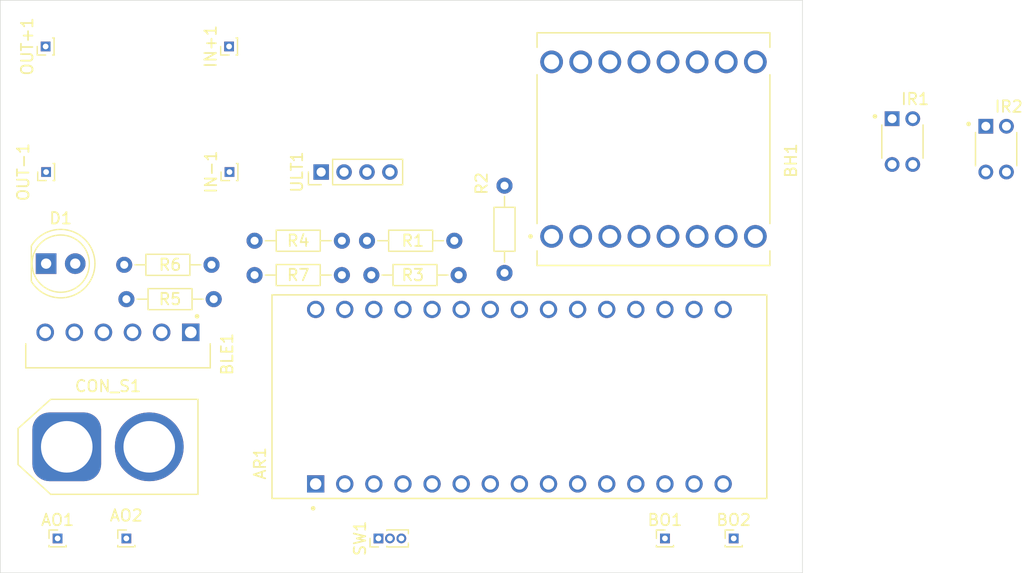
<source format=kicad_pcb>
(kicad_pcb (version 20241229) (generator "pcbnew") (generator_version "9.0")
  (layers (0 "F.Cu" signal) (2 "B.Cu" signal) (13 "F.Paste" user) (15 "B.Paste" user) (5 "F.SilkS" user "F.Silkscreen") (7 "B.SilkS" user "B.Silkscreen") (1 "F.Mask" user) (3 "B.Mask" user) (25 "Edge.Cuts" user))
  (net 0 "")
  (net 1 "/ao1")
  (net 2 "/ao2")
  (net 3 "/tx")
  (net 4 "/echo")
  (net 5 "/d13")
  (net 7 "/trig")
  (net 8 "/d7")
  (net 9 "/a1")
  (net 10 "/d8")
  (net 13 "/ao")
  (net 14 "GND")
  (net 18 "/d10")
  (net 20 "VCC")
  (net 21 "/d11")
  (net 24 "/rx")
  (net 27 "/d9")
  (net 30 "/d6")
  (net 33 "/bo1")
  (net 34 "/bo2")
  (net 35 "/s_in+")
  (net 38 "Net-(BLE1-RX)")
  (net 39 "/s_in-")
  (net 40 "Net-(CON_S1-Pin_1)")
  (net 41 "Net-(IR1-Pad1)")
  (net 42 "Net-(IR2-Pad1)")
  (net 44 "Net-(D1-K)")
  (footprint "ROB-14450:MODULE_ROB-14450" (layer "F.Cu") (at 69 25 90)
    (property "Reference" "BH1" (at -1 12 90) (layer "F.SilkS"))
    (property "Value" "ROB-14450" (hide yes))
    (fp_line (start 8.89 -10.16) (end 10.16 -10.16) (stroke (width 0.127)) (layer "F.SilkS"))
    (fp_line (start -6.5 -10.16) (end 6.5 -10.16) (stroke (width 0.127)) (layer "F.SilkS"))
    (fp_line (start -8.89 -10.16) (end -10.16 -10.16) (stroke (width 0.127)) (layer "F.SilkS"))
    (fp_line (start -10.16 -10.16) (end -10.16 10.16) (stroke (width 0.127)) (layer "F.SilkS"))
    (fp_line (start 10.16 10.16) (end 10.16 -10.16) (stroke (width 0.127)) (layer "F.SilkS"))
    (fp_line (start 8.89 10.16) (end 10.16 10.16) (stroke (width 0.127)) (layer "F.SilkS"))
    (fp_line (start -6.5 10.16) (end 6.5 10.16) (stroke (width 0.127)) (layer "F.SilkS"))
    (fp_line (start -8.89 10.16) (end -10.16 10.16) (stroke (width 0.127)) (layer "F.SilkS"))
    (fp_circle (center -7.62 -10.7282) (end -7.52 -10.7282) (stroke (width 0.2)) (fill no) (layer "F.SilkS"))
    (pad "1" thru_hole circle (at -7.62 -8.89 90) (size 1.98 1.98) (drill 1.32) (layers "*.Cu" "*.Mask") (net 35 "/s_in+"))
    (pad "2" thru_hole circle (at -7.62 -6.35 90) (size 1.98 1.98) (drill 1.32) (layers "*.Cu" "*.Mask") (net 20 "VCC"))
    (pad "3" thru_hole circle (at -7.62 -3.81 90) (size 1.98 1.98) (drill 1.32) (layers "*.Cu" "*.Mask") (net 14 "GND"))
    (pad "4" thru_hole circle (at -7.62 -1.27 90) (size 1.98 1.98) (drill 1.32) (layers "*.Cu" "*.Mask") (net 1 "/ao1"))
    (pad "5" thru_hole circle (at -7.62 1.27 90) (size 1.98 1.98) (drill 1.32) (layers "*.Cu" "*.Mask") (net 2 "/ao2"))
    (pad "6" thru_hole circle (at -7.62 3.81 90) (size 1.98 1.98) (drill 1.32) (layers "*.Cu" "*.Mask") (net 34 "/bo2"))
    (pad "7" thru_hole circle (at -7.62 6.35 90) (size 1.98 1.98) (drill 1.32) (layers "*.Cu" "*.Mask") (net 33 "/bo1"))
    (pad "8" thru_hole circle (at -7.62 8.89 90) (size 1.98 1.98) (drill 1.32) (layers "*.Cu" "*.Mask") (net 14 "GND"))
    (pad "9" thru_hole circle (at 7.62 8.89 90) (size 1.98 1.98) (drill 1.32) (layers "*.Cu" "*.Mask") (net 14 "GND"))
    (pad "10" thru_hole circle (at 7.62 6.35 90) (size 1.98 1.98) (drill 1.32) (layers "*.Cu" "*.Mask") (net 21 "/d11"))
    (pad "11" thru_hole circle (at 7.62 3.81 90) (size 1.98 1.98) (drill 1.32) (layers "*.Cu" "*.Mask") (net 18 "/d10"))
    (pad "12" thru_hole circle (at 7.62 1.27 90) (size 1.98 1.98) (drill 1.32) (layers "*.Cu" "*.Mask") (net 27 "/d9"))
    (pad "13" thru_hole circle (at 7.62 -1.27 90) (size 1.98 1.98) (drill 1.32) (layers "*.Cu" "*.Mask") (net 20 "VCC"))
    (pad "14" thru_hole circle (at 7.62 -3.81 90) (size 1.98 1.98) (drill 1.32) (layers "*.Cu" "*.Mask") (net 8 "/d7"))
    (pad "15" thru_hole circle (at 7.62 -6.35 90) (size 1.98 1.98) (drill 1.32) (layers "*.Cu" "*.Mask") (net 10 "/d8"))
    (pad "16" thru_hole circle (at 7.62 -8.89 90) (size 1.98 1.98) (drill 1.32) (layers "*.Cu" "*.Mask") (net 30 "/d6"))
  )
  (footprint "Resistor_THT:R_Axial_DIN0204_L3.6mm_D1.6mm_P7.62mm_Horizontal" (layer "F.Cu") (at 44.38 36)
    (property "Reference" "R3" (at 3.62 0 0) (layer "F.SilkS"))
    (property "Value" "10k")
    (fp_line (start 0.94 0) (end 1.89 0) (stroke (width 0.12)) (layer "F.SilkS"))
    (fp_line (start 6.68 0) (end 5.73 0) (stroke (width 0.12)) (layer "F.SilkS"))
    (fp_rect (start 1.89 -0.92) (end 5.73 0.92) (stroke (width 0.12)) (fill no) (layer "F.SilkS"))
    (pad "1" thru_hole circle (at 0 0) (size 1.4 1.4) (drill 0.7) (layers "*.Cu" "*.Mask") (net 9 "/a1"))
    (pad "2" thru_hole circle (at 7.62 0) (size 1.4 1.4) (drill 0.7) (layers "*.Cu" "*.Mask") (net 20 "VCC"))
  )
  (footprint "Connector_PinHeader_1.00mm:PinHeader_1x01_P1.00mm_Vertical" (layer "F.Cu") (at 32 27 90)
    (property "Reference" "IN-1" (at 0 -1.61 90) (layer "F.SilkS"))
    (property "Value" "Conn_01x01_Pin" (hide yes))
    (fp_line (start -0.745 -0.735) (end 0 -0.735) (stroke (width 0.12)) (layer "F.SilkS"))
    (fp_line (start -0.745 0) (end -0.745 -0.735) (stroke (width 0.12)) (layer "F.SilkS"))
    (fp_line (start 0.745 0.735) (end 0.745 0.61) (stroke (width 0.12)) (layer "F.SilkS"))
    (fp_line (start 0.685565 0.735) (end 0.745 0.735) (stroke (width 0.12)) (layer "F.SilkS"))
    (fp_line (start -0.745 0.735) (end -0.745 0.61) (stroke (width 0.12)) (layer "F.SilkS"))
    (fp_line (start -0.745 0.735) (end 0.745 0.735) (stroke (width 0.12)) (layer "F.SilkS"))
    (fp_line (start -0.745 0.735) (end -0.685565 0.735) (stroke (width 0.12)) (layer "F.SilkS"))
    (pad "1" thru_hole rect (at 0 0 90) (size 0.85 0.85) (drill 0.5) (layers "*.Cu" "*.Mask") (net 39 "/s_in-"))
  )
  (footprint "Connector_PinHeader_1.00mm:PinHeader_1x01_P1.00mm_Vertical" (layer "F.Cu") (at 16 27 90)
    (property "Reference" "OUT-1" (at 0 -2 90) (layer "F.SilkS"))
    (property "Value" "Conn_01x01_Pin" (hide yes))
    (fp_line (start -0.745 -0.735) (end 0 -0.735) (stroke (width 0.12)) (layer "F.SilkS"))
    (fp_line (start -0.745 0) (end -0.745 -0.735) (stroke (width 0.12)) (layer "F.SilkS"))
    (fp_line (start 0.745 0.735) (end 0.745 0.61) (stroke (width 0.12)) (layer "F.SilkS"))
    (fp_line (start 0.685565 0.735) (end 0.745 0.735) (stroke (width 0.12)) (layer "F.SilkS"))
    (fp_line (start -0.745 0.735) (end -0.745 0.61) (stroke (width 0.12)) (layer "F.SilkS"))
    (fp_line (start -0.745 0.735) (end 0.745 0.735) (stroke (width 0.12)) (layer "F.SilkS"))
    (fp_line (start -0.745 0.735) (end -0.685565 0.735) (stroke (width 0.12)) (layer "F.SilkS"))
    (pad "1" thru_hole rect (at 0 0 90) (size 0.85 0.85) (drill 0.5) (layers "*.Cu" "*.Mask") (net 14 "GND"))
  )
  (footprint "QRE1113:DIP400W50P180L360H200Q4" (layer "F.Cu") (at 98.9 25)
    (property "Reference" "IR2" (at 1.10308 -3.71173 0) (layer "F.SilkS") (effects (font (size 1.001528 1.001528))))
    (property "Value" "QRE1113" (hide yes))
    (fp_line (start -1.8 1.45) (end -1.8 -1.45) (stroke (width 0.127)) (layer "F.SilkS"))
    (fp_line (start 1.8 -1.45) (end 1.8 1.45) (stroke (width 0.127)) (layer "F.SilkS"))
    (fp_circle (center -2.4 -2.2) (end -2.3 -2.2) (stroke (width 0.2)) (fill no) (layer "F.SilkS"))
    (pad "1" thru_hole rect (at -0.9 -2) (size 1.288 1.288) (drill 0.78) (layers "*.Cu" "*.Mask") (net 42 "Net-(IR2-Pad1)"))
    (pad "2" thru_hole circle (at -0.9 2) (size 1.288 1.288) (drill 0.78) (layers "*.Cu" "*.Mask") (net 14 "GND"))
    (pad "3" thru_hole circle (at 0.9 2) (size 1.288 1.288) (drill 0.78) (layers "*.Cu" "*.Mask") (net 9 "/a1"))
    (pad "4" thru_hole circle (at 0.9 -2) (size 1.288 1.288) (drill 0.78) (layers "*.Cu" "*.Mask") (net 14 "GND"))
  )
  (footprint "Resistor_THT:R_Axial_DIN0204_L3.6mm_D1.6mm_P7.62mm_Horizontal" (layer "F.Cu") (at 34.19 36)
    (property "Reference" "R7" (at 3.81 0 0) (layer "F.SilkS"))
    (property "Value" "330")
    (fp_line (start 0.94 0) (end 1.89 0) (stroke (width 0.12)) (layer "F.SilkS"))
    (fp_line (start 6.68 0) (end 5.73 0) (stroke (width 0.12)) (layer "F.SilkS"))
    (fp_rect (start 1.89 -0.92) (end 5.73 0.92) (stroke (width 0.12)) (fill no) (layer "F.SilkS"))
    (pad "1" thru_hole circle (at 0 0) (size 1.4 1.4) (drill 0.7) (layers "*.Cu" "*.Mask") (net 44 "Net-(D1-K)"))
    (pad "2" thru_hole circle (at 7.62 0) (size 1.4 1.4) (drill 0.7) (layers "*.Cu" "*.Mask") (net 14 "GND"))
  )
  (footprint "Connector_PinHeader_1.00mm:PinHeader_1x01_P1.00mm_Vertical" (layer "F.Cu") (at 17 59)
    (property "Reference" "AO1" (at 0 -1.61 0) (layer "F.SilkS"))
    (property "Value" "Conn_01x01_Pin" (hide yes))
    (fp_line (start -0.745 -0.735) (end 0 -0.735) (stroke (width 0.12)) (layer "F.SilkS"))
    (fp_line (start -0.745 0) (end -0.745 -0.735) (stroke (width 0.12)) (layer "F.SilkS"))
    (fp_line (start -0.745 0.735) (end -0.745 0.61) (stroke (width 0.12)) (layer "F.SilkS"))
    (fp_line (start -0.745 0.735) (end -0.685565 0.735) (stroke (width 0.12)) (layer "F.SilkS"))
    (fp_line (start -0.745 0.735) (end 0.745 0.735) (stroke (width 0.12)) (layer "F.SilkS"))
    (fp_line (start 0.685565 0.735) (end 0.745 0.735) (stroke (width 0.12)) (layer "F.SilkS"))
    (fp_line (start 0.745 0.735) (end 0.745 0.61) (stroke (width 0.12)) (layer "F.SilkS"))
    (pad "1" thru_hole rect (at 0 0) (size 0.85 0.85) (drill 0.5) (layers "*.Cu" "*.Mask") (net 1 "/ao1"))
  )
  (footprint "A000005:MODULE_A000005" (layer "F.Cu") (at 57.3 46.62 90)
    (property "Reference" "AR1" (at -5.825 -22.635 90) (layer "F.SilkS"))
    (property "Value" "A000005" (hide yes))
    (fp_line (start 8.89 -21.59) (end 8.89 21.59) (stroke (width 0.127)) (layer "F.SilkS"))
    (fp_line (start -8.89 -21.59) (end 8.89 -21.59) (stroke (width 0.127)) (layer "F.SilkS"))
    (fp_line (start 8.89 21.59) (end -8.89 21.59) (stroke (width 0.127)) (layer "F.SilkS"))
    (fp_line (start -8.89 21.59) (end -8.89 -21.59) (stroke (width 0.127)) (layer "F.SilkS"))
    (fp_circle (center -9.75 -18) (end -9.65 -18) (stroke (width 0.2)) (fill no) (layer "F.SilkS"))
    (pad "" np_thru_hole circle (at -7.62 -20.32 90) (size 1.651 1.651) (drill 1.651) (layers "*.Cu" "*.Mask"))
    (pad "" np_thru_hole circle (at -7.62 20.32 90) (size 1.651 1.651) (drill 1.651) (layers "*.Cu" "*.Mask"))
    (pad "" np_thru_hole circle (at 7.62 -20.32 90) (size 1.651 1.651) (drill 1.651) (layers "*.Cu" "*.Mask"))
    (pad "" np_thru_hole circle (at 7.62 20.32 90) (size 1.651 1.651) (drill 1.651) (layers "*.Cu" "*.Mask"))
    (pad "1" thru_hole rect (at -7.62 -17.78 90) (size 1.508 1.508) (drill 1) (layers "*.Cu" "*.Mask"))
    (pad "2" thru_hole circle (at -7.62 -15.24 90) (size 1.508 1.508) (drill 1) (layers "*.Cu" "*.Mask"))
    (pad "3" thru_hole circle (at -7.62 -12.7 90) (size 1.508 1.508) (drill 1) (layers "*.Cu" "*.Mask"))
    (pad "4" thru_hole circle (at -7.62 -10.16 90) (size 1.508 1.508) (drill 1) (layers "*.Cu" "*.Mask"))
    (pad "5" thru_hole circle (at -7.62 -7.62 90) (size 1.508 1.508) (drill 1) (layers "*.Cu" "*.Mask") (net 7 "/trig"))
    (pad "6" thru_hole circle (at -7.62 -5.08 90) (size 1.508 1.508) (drill 1) (layers "*.Cu" "*.Mask") (net 4 "/echo"))
    (pad "7" thru_hole circle (at -7.62 -2.54 90) (size 1.508 1.508) (drill 1) (layers "*.Cu" "*.Mask") (net 3 "/tx"))
    (pad "8" thru_hole circle (at -7.62 0 90) (size 1.508 1.508) (drill 1) (layers "*.Cu" "*.Mask") (net 24 "/rx"))
    (pad "9" thru_hole circle (at -7.62 2.54 90) (size 1.508 1.508) (drill 1) (layers "*.Cu" "*.Mask") (net 30 "/d6"))
    (pad "10" thru_hole circle (at -7.62 5.08 90) (size 1.508 1.508) (drill 1) (layers "*.Cu" "*.Mask") (net 8 "/d7"))
    (pad "11" thru_hole circle (at -7.62 7.62 90) (size 1.508 1.508) (drill 1) (layers "*.Cu" "*.Mask") (net 10 "/d8"))
    (pad "12" thru_hole circle (at -7.62 10.16 90) (size 1.508 1.508) (drill 1) (layers "*.Cu" "*.Mask") (net 27 "/d9"))
    (pad "13" thru_hole circle (at -7.62 12.7 90) (size 1.508 1.508) (drill 1) (layers "*.Cu" "*.Mask") (net 18 "/d10"))
    (pad "14" thru_hole circle (at -7.62 15.24 90) (size 1.508 1.508) (drill 1) (layers "*.Cu" "*.Mask") (net 21 "/d11"))
    (pad "15" thru_hole circle (at -7.62 17.78 90) (size 1.508 1.508) (drill 1) (layers "*.Cu" "*.Mask"))
    (pad "16" thru_hole circle (at 7.62 17.78 90) (size 1.508 1.508) (drill 1) (layers "*.Cu" "*.Mask") (net 5 "/d13"))
    (pad "17" thru_hole circle (at 7.62 15.24 90) (size 1.508 1.508) (drill 1) (layers "*.Cu" "*.Mask"))
    (pad "18" thru_hole circle (at 7.62 12.7 90) (size 1.508 1.508) (drill 1) (layers "*.Cu" "*.Mask"))
    (pad "19" thru_hole circle (at 7.62 10.16 90) (size 1.508 1.508) (drill 1) (layers "*.Cu" "*.Mask") (net 13 "/ao"))
    (pad "20" thru_hole circle (at 7.62 7.62 90) (size 1.508 1.508) (drill 1) (layers "*.Cu" "*.Mask") (net 9 "/a1"))
    (pad "21" thru_hole circle (at 7.62 5.08 90) (size 1.508 1.508) (drill 1) (layers "*.Cu" "*.Mask"))
    (pad "22" thru_hole circle (at 7.62 2.54 90) (size 1.508 1.508) (drill 1) (layers "*.Cu" "*.Mask"))
    (pad "23" thru_hole circle (at 7.62 0 90) (size 1.508 1.508) (drill 1) (layers "*.Cu" "*.Mask"))
    (pad "24" thru_hole circle (at 7.62 -2.54 90) (size 1.508 1.508) (drill 1) (layers "*.Cu" "*.Mask"))
    (pad "25" thru_hole circle (at 7.62 -5.08 90) (size 1.508 1.508) (drill 1) (layers "*.Cu" "*.Mask"))
    (pad "26" thru_hole circle (at 7.62 -7.62 90) (size 1.508 1.508) (drill 1) (layers "*.Cu" "*.Mask"))
    (pad "27" thru_hole circle (at 7.62 -10.16 90) (size 1.508 1.508) (drill 1) (layers "*.Cu" "*.Mask"))
    (pad "28" thru_hole circle (at 7.62 -12.7 90) (size 1.508 1.508) (drill 1) (layers "*.Cu" "*.Mask"))
    (pad "29" thru_hole circle (at 7.62 -15.24 90) (size 1.508 1.508) (drill 1) (layers "*.Cu" "*.Mask") (net 14 "GND"))
    (pad "30" thru_hole circle (at 7.62 -17.78 90) (size 1.508 1.508) (drill 1) (layers "*.Cu" "*.Mask") (net 20 "VCC"))
  )
  (footprint "Connector_PinHeader_1.00mm:PinHeader_1x01_P1.00mm_Vertical" (layer "F.Cu") (at 15.958524 16.033973 90)
    (property "Reference" "OUT+1" (at 0 -1.61 90) (layer "F.SilkS"))
    (property "Value" "Conn_01x01_Pin" (hide yes))
    (fp_line (start -0.745 -0.735) (end 0 -0.735) (stroke (width 0.12)) (layer "F.SilkS"))
    (fp_line (start -0.745 0) (end -0.745 -0.735) (stroke (width 0.12)) (layer "F.SilkS"))
    (fp_line (start 0.745 0.735) (end 0.745 0.61) (stroke (width 0.12)) (layer "F.SilkS"))
    (fp_line (start 0.685565 0.735) (end 0.745 0.735) (stroke (width 0.12)) (layer "F.SilkS"))
    (fp_line (start -0.745 0.735) (end -0.745 0.61) (stroke (width 0.12)) (layer "F.SilkS"))
    (fp_line (start -0.745 0.735) (end 0.745 0.735) (stroke (width 0.12)) (layer "F.SilkS"))
    (fp_line (start -0.745 0.735) (end -0.685565 0.735) (stroke (width 0.12)) (layer "F.SilkS"))
    (pad "1" thru_hole rect (at 0 0 90) (size 0.85 0.85) (drill 0.5) (layers "*.Cu" "*.Mask") (net 20 "VCC"))
  )
  (footprint "Connector_PinHeader_1.00mm:PinHeader_1x01_P1.00mm_Vertical" (layer "F.Cu") (at 76 59)
    (property "Reference" "BO2" (at 0 -1.61 0) (layer "F.SilkS"))
    (property "Value" "Conn_01x01_Pin" (hide yes))
    (fp_line (start -0.745 -0.735) (end 0 -0.735) (stroke (width 0.12)) (layer "F.SilkS"))
    (fp_line (start -0.745 0) (end -0.745 -0.735) (stroke (width 0.12)) (layer "F.SilkS"))
    (fp_line (start -0.745 0.735) (end -0.745 0.61) (stroke (width 0.12)) (layer "F.SilkS"))
    (fp_line (start -0.745 0.735) (end -0.685565 0.735) (stroke (width 0.12)) (layer "F.SilkS"))
    (fp_line (start -0.745 0.735) (end 0.745 0.735) (stroke (width 0.12)) (layer "F.SilkS"))
    (fp_line (start 0.685565 0.735) (end 0.745 0.735) (stroke (width 0.12)) (layer "F.SilkS"))
    (fp_line (start 0.745 0.735) (end 0.745 0.61) (stroke (width 0.12)) (layer "F.SilkS"))
    (pad "1" thru_hole rect (at 0 0) (size 0.85 0.85) (drill 0.5) (layers "*.Cu" "*.Mask") (net 34 "/bo2"))
  )
  (footprint "Connector_PinHeader_1.00mm:PinHeader_1x01_P1.00mm_Vertical" (layer "F.Cu") (at 70 59)
    (property "Reference" "BO1" (at 0 -1.61 0) (layer "F.SilkS"))
    (property "Value" "Conn_01x01_Pin" (hide yes))
    (fp_line (start -0.745 -0.735) (end 0 -0.735) (stroke (width 0.12)) (layer "F.SilkS"))
    (fp_line (start -0.745 0) (end -0.745 -0.735) (stroke (width 0.12)) (layer "F.SilkS"))
    (fp_line (start -0.745 0.735) (end -0.745 0.61) (stroke (width 0.12)) (layer "F.SilkS"))
    (fp_line (start -0.745 0.735) (end -0.685565 0.735) (stroke (width 0.12)) (layer "F.SilkS"))
    (fp_line (start -0.745 0.735) (end 0.745 0.735) (stroke (width 0.12)) (layer "F.SilkS"))
    (fp_line (start 0.685565 0.735) (end 0.745 0.735) (stroke (width 0.12)) (layer "F.SilkS"))
    (fp_line (start 0.745 0.735) (end 0.745 0.61) (stroke (width 0.12)) (layer "F.SilkS"))
    (pad "1" thru_hole rect (at 0 0) (size 0.85 0.85) (drill 0.5) (layers "*.Cu" "*.Mask") (net 33 "/bo1"))
  )
  (footprint "Connector_AMASS:AMASS_XT60-M_1x02_P7.20mm_Vertical" (layer "F.Cu") (at 17.8 51)
    (property "Reference" "CON_S1" (at 3.6 -5.3 180) (layer "F.SilkS"))
    (property "Value" "Conn_01x02_Socket" (hide yes))
    (fp_line (start -4.25 -1.6) (end -4.25 1.55) (stroke (width 0.12)) (layer "F.SilkS"))
    (fp_line (start -4.25 1.55) (end -1.4 4.15) (stroke (width 0.12)) (layer "F.SilkS"))
    (fp_line (start -1.4 -4.15) (end -4.25 -1.6) (stroke (width 0.12)) (layer "F.SilkS"))
    (fp_line (start -1.4 4.15) (end 11.45 4.15) (stroke (width 0.12)) (layer "F.SilkS"))
    (fp_line (start 11.45 -4.15) (end -1.4 -4.15) (stroke (width 0.12)) (layer "F.SilkS"))
    (fp_line (start 11.45 4.15) (end 11.45 -4.15) (stroke (width 0.12)) (layer "F.SilkS"))
    (pad "1" thru_hole roundrect (at 0 0) (size 6 6) (drill 4.5) (layers "*.Cu" "*.Mask") (net 40 "Net-(CON_S1-Pin_1)"))
    (pad "2" thru_hole circle (at 7.2 0) (size 6 6) (drill 4.5) (layers "*.Cu" "*.Mask") (net 39 "/s_in-"))
  )
  (footprint "QRE1113:DIP400W50P180L360H200Q4" (layer "F.Cu") (at 90.725 24.34)
    (property "Reference" "IR1" (at 1.10308 -3.71173 0) (layer "F.SilkS") (effects (font (size 1.001528 1.001528))))
    (property "Value" "QRE1113" (hide yes))
    (fp_line (start -1.8 1.45) (end -1.8 -1.45) (stroke (width 0.127)) (layer "F.SilkS"))
    (fp_line (start 1.8 -1.45) (end 1.8 1.45) (stroke (width 0.127)) (layer "F.SilkS"))
    (fp_circle (center -2.4 -2.2) (end -2.3 -2.2) (stroke (width 0.2)) (fill no) (layer "F.SilkS"))
    (pad "1" thru_hole rect (at -0.9 -2) (size 1.288 1.288) (drill 0.78) (layers "*.Cu" "*.Mask") (net 41 "Net-(IR1-Pad1)"))
    (pad "2" thru_hole circle (at -0.9 2) (size 1.288 1.288) (drill 0.78) (layers "*.Cu" "*.Mask") (net 14 "GND"))
    (pad "3" thru_hole circle (at 0.9 2) (size 1.288 1.288) (drill 0.78) (layers "*.Cu" "*.Mask") (net 13 "/ao"))
    (pad "4" thru_hole circle (at 0.9 -2) (size 1.288 1.288) (drill 0.78) (layers "*.Cu" "*.Mask") (net 14 "GND"))
  )
  (footprint "Resistor_THT:R_Axial_DIN0204_L3.6mm_D1.6mm_P7.62mm_Horizontal" (layer "F.Cu") (at 30.435048 35.102863 180)
    (property "Reference" "R6" (at 3.62 0 0) (layer "F.SilkS"))
    (property "Value" "2k")
    (fp_line (start 6.68 0) (end 5.73 0) (stroke (width 0.12)) (layer "F.SilkS"))
    (fp_line (start 0.94 0) (end 1.89 0) (stroke (width 0.12)) (layer "F.SilkS"))
    (fp_rect (start 1.89 -0.92) (end 5.73 0.92) (stroke (width 0.12)) (fill no) (layer "F.SilkS"))
    (pad "1" thru_hole circle (at 0 0 180) (size 1.4 1.4) (drill 0.7) (layers "*.Cu" "*.Mask") (net 14 "GND"))
    (pad "2" thru_hole circle (at 7.62 0 180) (size 1.4 1.4) (drill 0.7) (layers "*.Cu" "*.Mask") (net 38 "Net-(BLE1-RX)"))
  )
  (footprint "Resistor_THT:R_Axial_DIN0204_L3.6mm_D1.6mm_P7.62mm_Horizontal" (layer "F.Cu") (at 56 28.19 -90)
    (property "Reference" "R2" (at -0.19 2 90) (layer "F.SilkS"))
    (property "Value" "10k")
    (fp_line (start 0.94 0) (end 1.89 0) (stroke (width 0.12)) (layer "F.SilkS"))
    (fp_line (start 6.68 0) (end 5.73 0) (stroke (width 0.12)) (layer "F.SilkS"))
    (fp_rect (start 1.89 -0.92) (end 5.73 0.92) (stroke (width 0.12)) (fill no) (layer "F.SilkS"))
    (pad "1" thru_hole circle (at 0 0 270) (size 1.4 1.4) (drill 0.7) (layers "*.Cu" "*.Mask") (net 13 "/ao"))
    (pad "2" thru_hole circle (at 7.62 0 270) (size 1.4 1.4) (drill 0.7) (layers "*.Cu" "*.Mask") (net 20 "VCC"))
  )
  (footprint "Resistor_THT:R_Axial_DIN0204_L3.6mm_D1.6mm_P7.62mm_Horizontal" (layer "F.Cu") (at 23.005048 38.102863)
    (property "Reference" "R5" (at 3.81 0 0) (layer "F.SilkS"))
    (property "Value" "1k")
    (fp_line (start 0.94 0) (end 1.89 0) (stroke (width 0.12)) (layer "F.SilkS"))
    (fp_line (start 6.68 0) (end 5.73 0) (stroke (width 0.12)) (layer "F.SilkS"))
    (fp_rect (start 1.89 -0.92) (end 5.73 0.92) (stroke (width 0.12)) (fill no) (layer "F.SilkS"))
    (pad "1" thru_hole circle (at 0 0) (size 1.4 1.4) (drill 0.7) (layers "*.Cu" "*.Mask") (net 38 "Net-(BLE1-RX)"))
    (pad "2" thru_hole circle (at 7.62 0) (size 1.4 1.4) (drill 0.7) (layers "*.Cu" "*.Mask") (net 24 "/rx"))
  )
  (footprint "Resistor_THT:R_Axial_DIN0204_L3.6mm_D1.6mm_P7.62mm_Horizontal" (layer "F.Cu") (at 34.19 33)
    (property "Reference" "R4" (at 3.81 0 0) (layer "F.SilkS"))
    (property "Value" "330")
    (fp_line (start 0.94 0) (end 1.89 0) (stroke (width 0.12)) (layer "F.SilkS"))
    (fp_line (start 6.68 0) (end 5.73 0) (stroke (width 0.12)) (layer "F.SilkS"))
    (fp_rect (start 1.89 -0.92) (end 5.73 0.92) (stroke (width 0.12)) (fill no) (layer "F.SilkS"))
    (pad "1" thru_hole circle (at 0 0) (size 1.4 1.4) (drill 0.7) (layers "*.Cu" "*.Mask") (net 42 "Net-(IR2-Pad1)"))
    (pad "2" thru_hole circle (at 7.62 0) (size 1.4 1.4) (drill 0.7) (layers "*.Cu" "*.Mask") (net 20 "VCC"))
  )
  (footprint "Connector_PinHeader_1.00mm:PinHeader_1x01_P1.00mm_Vertical" (layer "F.Cu") (at 23 59)
    (property "Reference" "AO2" (at 0 -2 0) (layer "F.SilkS"))
    (property "Value" "Conn_01x01_Pin" (hide yes))
    (fp_line (start -0.745 -0.735) (end 0 -0.735) (stroke (width 0.12)) (layer "F.SilkS"))
    (fp_line (start -0.745 0) (end -0.745 -0.735) (stroke (width 0.12)) (layer "F.SilkS"))
    (fp_line (start -0.745 0.735) (end -0.745 0.61) (stroke (width 0.12)) (layer "F.SilkS"))
    (fp_line (start -0.745 0.735) (end -0.685565 0.735) (stroke (width 0.12)) (layer "F.SilkS"))
    (fp_line (start -0.745 0.735) (end 0.745 0.735) (stroke (width 0.12)) (layer "F.SilkS"))
    (fp_line (start 0.685565 0.735) (end 0.745 0.735) (stroke (width 0.12)) (layer "F.SilkS"))
    (fp_line (start 0.745 0.735) (end 0.745 0.61) (stroke (width 0.12)) (layer "F.SilkS"))
    (pad "1" thru_hole rect (at 0 0) (size 0.85 0.85) (drill 0.5) (layers "*.Cu" "*.Mask") (net 2 "/ao2"))
  )
  (footprint "LED_THT:LED_D5.0mm" (layer "F.Cu") (at 16 35)
    (property "Reference" "D1" (at 1.27 -3.96 0) (layer "F.SilkS"))
    (property "Value" "CAL_LED")
    (fp_line (start -1.29 -1.545) (end -1.29 1.545) (stroke (width 0.12)) (layer "F.SilkS"))
    (fp_arc (start -1.29 -1.54483) (mid 2.071779 -2.880495) (end 4.26 0) (stroke (width 0.12)) (layer "F.SilkS"))
    (fp_arc (start 4.26 0) (mid 2.071779 2.880495) (end -1.29 1.54483) (stroke (width 0.12)) (layer "F.SilkS"))
    (fp_circle (center 1.27 0) (end 3.77 0) (stroke (width 0.12)) (fill no) (layer "F.SilkS"))
    (pad "1" thru_hole rect (at 0 0) (size 1.8 1.8) (drill 0.9) (layers "*.Cu" "*.Mask") (net 44 "Net-(D1-K)"))
    (pad "2" thru_hole circle (at 2.54 0) (size 1.8 1.8) (drill 0.9) (layers "*.Cu" "*.Mask") (net 5 "/d13"))
  )
  (footprint "ZC142200:MODULE_ZC142200" (layer "F.Cu") (at 22.27 41 -90)
    (property "Reference" "BLE1" (at 1.905 -9.525 90) (layer "F.SilkS"))
    (property "Value" "ZC142200" (hide yes))
    (fp_line (start 3.1 8.05) (end 1 8.05) (stroke (width 0.127)) (layer "F.SilkS"))
    (fp_line (start 1 -8.05) (end 3.1 -8.05) (stroke (width 0.127)) (layer "F.SilkS"))
    (fp_line (start 3.1 -8.05) (end 3.1 8.05) (stroke (width 0.127)) (layer "F.SilkS"))
    (fp_circle (center -1.4 -6.9) (end -1.3 -6.9) (stroke (width 0.2)) (fill no) (layer "F.SilkS"))
    (pad "1" thru_hole rect (at 0 -6.35 270) (size 1.53 1.53) (drill 1.02) (layers "*.Cu" "*.Mask"))
    (pad "2" thru_hole circle (at 0 -3.81 270) (size 1.53 1.53) (drill 1.02) (layers "*.Cu" "*.Mask") (net 38 "Net-(BLE1-RX)"))
    (pad "3" thru_hole circle (at 0 -1.27 270) (size 1.53 1.53) (drill 1.02) (layers "*.Cu" "*.Mask") (net 3 "/tx"))
    (pad "4" thru_hole circle (at 0 1.27 270) (size 1.53 1.53) (drill 1.02) (layers "*.Cu" "*.Mask") (net 14 "GND"))
    (pad "5" thru_hole circle (at 0 3.81 270) (size 1.53 1.53) (drill 1.02) (layers "*.Cu" "*.Mask") (net 20 "VCC"))
    (pad "6" thru_hole circle (at 0 6.35 270) (size 1.53 1.53) (drill 1.02) (layers "*.Cu" "*.Mask"))
  )
  (footprint "Resistor_THT:R_Axial_DIN0204_L3.6mm_D1.6mm_P7.62mm_Horizontal" (layer "F.Cu") (at 44 33)
    (property "Reference" "R1" (at 4 0 0) (layer "F.SilkS"))
    (property "Value" "330")
    (fp_line (start 0.94 0) (end 1.89 0) (stroke (width 0.12)) (layer "F.SilkS"))
    (fp_line (start 6.68 0) (end 5.73 0) (stroke (width 0.12)) (layer "F.SilkS"))
    (fp_rect (start 1.89 -0.92) (end 5.73 0.92) (stroke (width 0.12)) (fill no) (layer "F.SilkS"))
    (pad "1" thru_hole circle (at 0 0) (size 1.4 1.4) (drill 0.7) (layers "*.Cu" "*.Mask") (net 41 "Net-(IR1-Pad1)"))
    (pad "2" thru_hole circle (at 7.62 0) (size 1.4 1.4) (drill 0.7) (layers "*.Cu" "*.Mask") (net 20 "VCC"))
  )
  (footprint "Connector_PinHeader_1.00mm:PinHeader_1x01_P1.00mm_Vertical" (layer "F.Cu") (at 31.964568 16.033973 90)
    (property "Reference" "IN+1" (at 0 -1.61 90) (layer "F.SilkS"))
    (property "Value" "Conn_01x01_Pin" (hide yes))
    (fp_line (start -0.745 -0.735) (end 0 -0.735) (stroke (width 0.12)) (layer "F.SilkS"))
    (fp_line (start -0.745 0) (end -0.745 -0.735) (stroke (width 0.12)) (layer "F.SilkS"))
    (fp_line (start 0.745 0.735) (end 0.745 0.61) (stroke (width 0.12)) (layer "F.SilkS"))
    (fp_line (start 0.685565 0.735) (end 0.745 0.735) (stroke (width 0.12)) (layer "F.SilkS"))
    (fp_line (start -0.745 0.735) (end -0.745 0.61) (stroke (width 0.12)) (layer "F.SilkS"))
    (fp_line (start -0.745 0.735) (end 0.745 0.735) (stroke (width 0.12)) (layer "F.SilkS"))
    (fp_line (start -0.745 0.735) (end -0.685565 0.735) (stroke (width 0.12)) (layer "F.SilkS"))
    (pad "1" thru_hole rect (at 0 0 90) (size 0.85 0.85) (drill 0.5) (layers "*.Cu" "*.Mask") (net 35 "/s_in+"))
  )
  (footprint "Connector_PinHeader_1.00mm:PinHeader_1x03_P1.00mm_Vertical" (layer "F.Cu") (at 45 59 90)
    (property "Reference" "SW1" (at 0 -1.61 90) (layer "F.SilkS"))
    (property "Value" "Conn_01x03_Pin" (hide yes))
    (fp_line (start -0.745 -0.735) (end 0 -0.735) (stroke (width 0.12)) (layer "F.SilkS"))
    (fp_line (start -0.745 0) (end -0.745 -0.735) (stroke (width 0.12)) (layer "F.SilkS"))
    (fp_line (start 0.745 0.735) (end 0.745 2.61) (stroke (width 0.12)) (layer "F.SilkS"))
    (fp_line (start 0.685565 0.735) (end 0.745 0.735) (stroke (width 0.12)) (layer "F.SilkS"))
    (fp_line (start -0.745 0.735) (end -0.685565 0.735) (stroke (width 0.12)) (layer "F.SilkS"))
    (fp_line (start -0.745 0.735) (end -0.745 2.61) (stroke (width 0.12)) (layer "F.SilkS"))
    (fp_line (start 0.41003 2.61) (end 0.745 2.61) (stroke (width 0.12)) (layer "F.SilkS"))
    (fp_line (start -0.745 2.61) (end -0.41003 2.61) (stroke (width 0.12)) (layer "F.SilkS"))
    (pad "1" thru_hole rect (at 0 0 90) (size 0.85 0.85) (drill 0.5) (layers "*.Cu" "*.Mask") (net 35 "/s_in+"))
    (pad "2" thru_hole circle (at 0 1 90) (size 0.85 0.85) (drill 0.5) (layers "*.Cu" "*.Mask") (net 40 "Net-(CON_S1-Pin_1)"))
    (pad "3" thru_hole circle (at 0 2 90) (size 0.85 0.85) (drill 0.5) (layers "*.Cu" "*.Mask"))
  )
  (footprint "Connector_PinHeader_2.00mm:PinHeader_1x04_P2.00mm_Vertical" (layer "F.Cu") (at 40 27 90)
    (property "Reference" "ULT1" (at 0 -2.11 90) (layer "F.SilkS"))
    (property "Value" "Conn_01x04_Socket" (hide yes))
    (fp_line (start -1.11 -1.11) (end 0 -1.11) (stroke (width 0.12)) (layer "F.SilkS"))
    (fp_line (start -1.11 0) (end -1.11 -1.11) (stroke (width 0.12)) (layer "F.SilkS"))
    (fp_line (start 1.11 1) (end 1.11 7.11) (stroke (width 0.12)) (layer "F.SilkS"))
    (fp_line (start -1.11 1) (end 1.11 1) (stroke (width 0.12)) (layer "F.SilkS"))
    (fp_line (start -1.11 1) (end -1.11 7.11) (stroke (width 0.12)) (layer "F.SilkS"))
    (fp_line (start -1.11 7.11) (end 1.11 7.11) (stroke (width 0.12)) (layer "F.SilkS"))
    (pad "1" thru_hole rect (at 0 0 90) (size 1.35 1.35) (drill 0.8) (layers "*.Cu" "*.Mask") (net 20 "VCC"))
    (pad "2" thru_hole circle (at 0 2 90) (size 1.35 1.35) (drill 0.8) (layers "*.Cu" "*.Mask") (net 7 "/trig"))
    (pad "3" thru_hole circle (at 0 4 90) (size 1.35 1.35) (drill 0.8) (layers "*.Cu" "*.Mask") (net 4 "/echo"))
    (pad "4" thru_hole circle (at 0 6 90) (size 1.35 1.35) (drill 0.8) (layers "*.Cu" "*.Mask") (net 14 "GND"))
  )
  (gr_line (start 82 62) (end 12 62) (stroke (width 0.05)) (layer "Edge.Cuts"))
  (gr_line (start 82 12) (end 82 62) (stroke (width 0.05)) (layer "Edge.Cuts"))
  (gr_line (start 12 57) (end 12 12) (stroke (width 0.05)) (layer "Edge.Cuts"))
  (gr_line (start 12 62) (end 12 57) (stroke (width 0.05)) (layer "Edge.Cuts"))
  (gr_line (start 12 12) (end 82 12) (stroke (width 0.05)) (layer "Edge.Cuts"))
)
</source>
